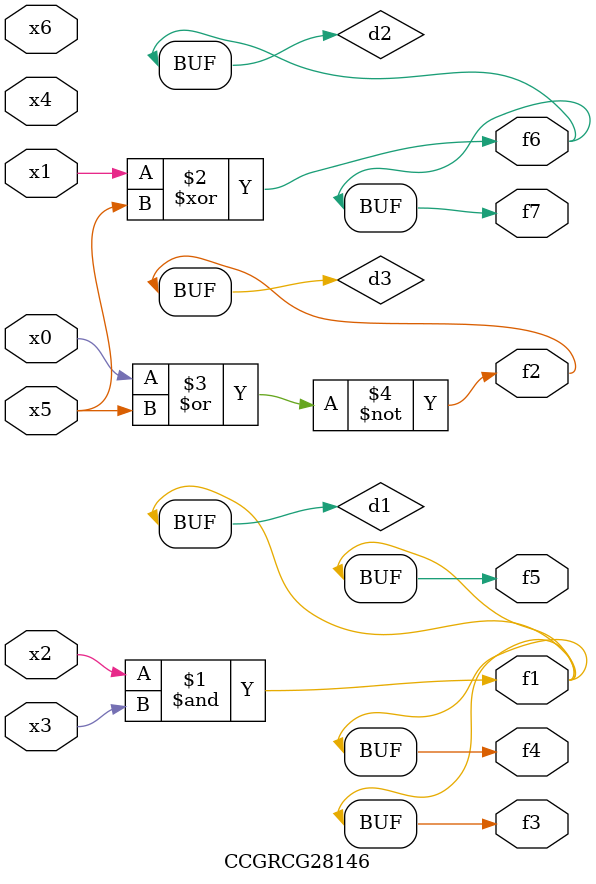
<source format=v>
module CCGRCG28146(
	input x0, x1, x2, x3, x4, x5, x6,
	output f1, f2, f3, f4, f5, f6, f7
);

	wire d1, d2, d3;

	and (d1, x2, x3);
	xor (d2, x1, x5);
	nor (d3, x0, x5);
	assign f1 = d1;
	assign f2 = d3;
	assign f3 = d1;
	assign f4 = d1;
	assign f5 = d1;
	assign f6 = d2;
	assign f7 = d2;
endmodule

</source>
